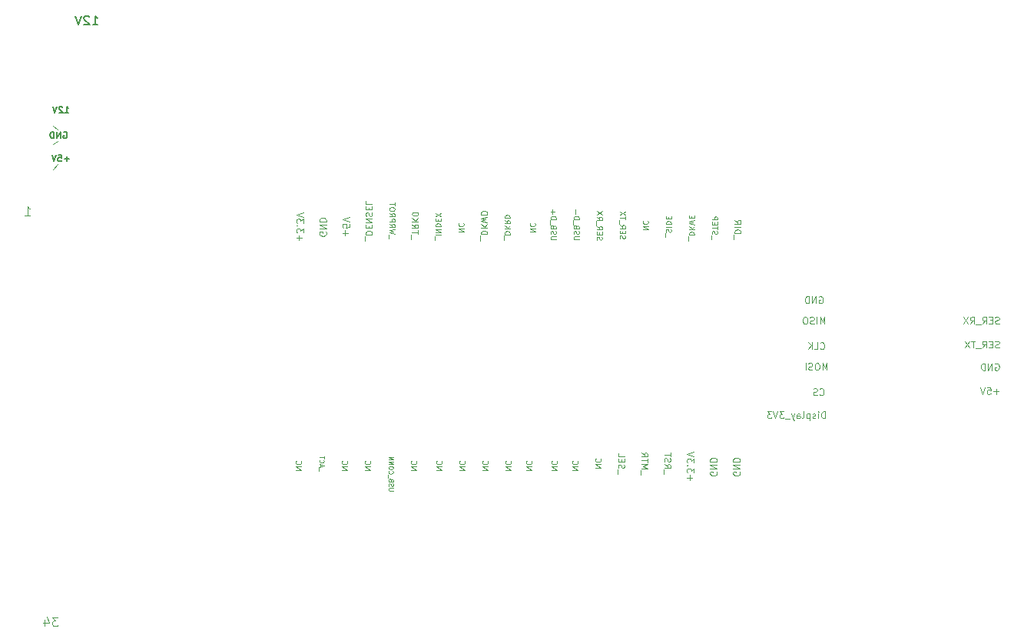
<source format=gbr>
G04 #@! TF.GenerationSoftware,KiCad,Pcbnew,(5.1.9)-1*
G04 #@! TF.CreationDate,2021-03-23T21:01:37+00:00*
G04 #@! TF.ProjectId,Greaseweazle F1 Gotek Rev 2B,47726561-7365-4776-9561-7a6c65204631,2B*
G04 #@! TF.SameCoordinates,PX6312cb0PY6bcb370*
G04 #@! TF.FileFunction,Legend,Bot*
G04 #@! TF.FilePolarity,Positive*
%FSLAX46Y46*%
G04 Gerber Fmt 4.6, Leading zero omitted, Abs format (unit mm)*
G04 Created by KiCad (PCBNEW (5.1.9)-1) date 2021-03-23 21:01:37*
%MOMM*%
%LPD*%
G01*
G04 APERTURE LIST*
%ADD10C,0.120000*%
%ADD11C,0.125000*%
%ADD12C,0.150000*%
G04 APERTURE END LIST*
D10*
X-2794000Y50927000D02*
X-3302000Y50546000D01*
X-2794000Y52197000D02*
X-3302000Y52578000D01*
X-2794000Y48387000D02*
X-3302000Y47752000D01*
D11*
X-2746477Y-1611380D02*
X-3365524Y-1611380D01*
X-3032191Y-1992333D01*
X-3175048Y-1992333D01*
X-3270286Y-2039952D01*
X-3317905Y-2087571D01*
X-3365524Y-2182809D01*
X-3365524Y-2420904D01*
X-3317905Y-2516142D01*
X-3270286Y-2563761D01*
X-3175048Y-2611380D01*
X-2889334Y-2611380D01*
X-2794096Y-2563761D01*
X-2746477Y-2516142D01*
X-4222667Y-1944714D02*
X-4222667Y-2611380D01*
X-3984572Y-1563761D02*
X-3746477Y-2278047D01*
X-4365524Y-2278047D01*
X-6381715Y42727620D02*
X-5810286Y42727620D01*
X-6096000Y42727620D02*
X-6096000Y43727620D01*
X-6000762Y43584762D01*
X-5905524Y43489524D01*
X-5810286Y43441905D01*
X81799114Y20336315D02*
X81799114Y21086315D01*
X81620542Y21086315D01*
X81513400Y21050600D01*
X81441971Y20979172D01*
X81406257Y20907743D01*
X81370542Y20764886D01*
X81370542Y20657743D01*
X81406257Y20514886D01*
X81441971Y20443458D01*
X81513400Y20372029D01*
X81620542Y20336315D01*
X81799114Y20336315D01*
X81049114Y20336315D02*
X81049114Y20836315D01*
X81049114Y21086315D02*
X81084828Y21050600D01*
X81049114Y21014886D01*
X81013400Y21050600D01*
X81049114Y21086315D01*
X81049114Y21014886D01*
X80727685Y20372029D02*
X80656257Y20336315D01*
X80513400Y20336315D01*
X80441971Y20372029D01*
X80406257Y20443458D01*
X80406257Y20479172D01*
X80441971Y20550600D01*
X80513400Y20586315D01*
X80620542Y20586315D01*
X80691971Y20622029D01*
X80727685Y20693458D01*
X80727685Y20729172D01*
X80691971Y20800600D01*
X80620542Y20836315D01*
X80513400Y20836315D01*
X80441971Y20800600D01*
X80084828Y20836315D02*
X80084828Y20086315D01*
X80084828Y20800600D02*
X80013400Y20836315D01*
X79870542Y20836315D01*
X79799114Y20800600D01*
X79763400Y20764886D01*
X79727685Y20693458D01*
X79727685Y20479172D01*
X79763400Y20407743D01*
X79799114Y20372029D01*
X79870542Y20336315D01*
X80013400Y20336315D01*
X80084828Y20372029D01*
X79299114Y20336315D02*
X79370542Y20372029D01*
X79406257Y20443458D01*
X79406257Y21086315D01*
X78691971Y20336315D02*
X78691971Y20729172D01*
X78727685Y20800600D01*
X78799114Y20836315D01*
X78941971Y20836315D01*
X79013400Y20800600D01*
X78691971Y20372029D02*
X78763400Y20336315D01*
X78941971Y20336315D01*
X79013400Y20372029D01*
X79049114Y20443458D01*
X79049114Y20514886D01*
X79013400Y20586315D01*
X78941971Y20622029D01*
X78763400Y20622029D01*
X78691971Y20657743D01*
X78406257Y20836315D02*
X78227685Y20336315D01*
X78049114Y20836315D02*
X78227685Y20336315D01*
X78299114Y20157743D01*
X78334828Y20122029D01*
X78406257Y20086315D01*
X77941971Y20264886D02*
X77370542Y20264886D01*
X77263400Y21086315D02*
X76799114Y21086315D01*
X77049114Y20800600D01*
X76941971Y20800600D01*
X76870542Y20764886D01*
X76834828Y20729172D01*
X76799114Y20657743D01*
X76799114Y20479172D01*
X76834828Y20407743D01*
X76870542Y20372029D01*
X76941971Y20336315D01*
X77156257Y20336315D01*
X77227685Y20372029D01*
X77263400Y20407743D01*
X76584828Y21086315D02*
X76334828Y20336315D01*
X76084828Y21086315D01*
X75906257Y21086315D02*
X75441971Y21086315D01*
X75691971Y20800600D01*
X75584828Y20800600D01*
X75513400Y20764886D01*
X75477685Y20729172D01*
X75441971Y20657743D01*
X75441971Y20479172D01*
X75477685Y20407743D01*
X75513400Y20372029D01*
X75584828Y20336315D01*
X75799114Y20336315D01*
X75870542Y20372029D01*
X75906257Y20407743D01*
X81208429Y22947743D02*
X81244143Y22912029D01*
X81351286Y22876315D01*
X81422714Y22876315D01*
X81529857Y22912029D01*
X81601286Y22983458D01*
X81637000Y23054886D01*
X81672714Y23197743D01*
X81672714Y23304886D01*
X81637000Y23447743D01*
X81601286Y23519172D01*
X81529857Y23590600D01*
X81422714Y23626315D01*
X81351286Y23626315D01*
X81244143Y23590600D01*
X81208429Y23554886D01*
X80922714Y22912029D02*
X80815571Y22876315D01*
X80637000Y22876315D01*
X80565571Y22912029D01*
X80529857Y22947743D01*
X80494143Y23019172D01*
X80494143Y23090600D01*
X80529857Y23162029D01*
X80565571Y23197743D01*
X80637000Y23233458D01*
X80779857Y23269172D01*
X80851286Y23304886D01*
X80887000Y23340600D01*
X80922714Y23412029D01*
X80922714Y23483458D01*
X80887000Y23554886D01*
X80851286Y23590600D01*
X80779857Y23626315D01*
X80601286Y23626315D01*
X80494143Y23590600D01*
X82008000Y25670315D02*
X82008000Y26420315D01*
X81758000Y25884600D01*
X81508000Y26420315D01*
X81508000Y25670315D01*
X81008000Y26420315D02*
X80865143Y26420315D01*
X80793714Y26384600D01*
X80722286Y26313172D01*
X80686571Y26170315D01*
X80686571Y25920315D01*
X80722286Y25777458D01*
X80793714Y25706029D01*
X80865143Y25670315D01*
X81008000Y25670315D01*
X81079429Y25706029D01*
X81150857Y25777458D01*
X81186571Y25920315D01*
X81186571Y26170315D01*
X81150857Y26313172D01*
X81079429Y26384600D01*
X81008000Y26420315D01*
X80400857Y25706029D02*
X80293714Y25670315D01*
X80115143Y25670315D01*
X80043714Y25706029D01*
X80008000Y25741743D01*
X79972286Y25813172D01*
X79972286Y25884600D01*
X80008000Y25956029D01*
X80043714Y25991743D01*
X80115143Y26027458D01*
X80258000Y26063172D01*
X80329429Y26098886D01*
X80365143Y26134600D01*
X80400857Y26206029D01*
X80400857Y26277458D01*
X80365143Y26348886D01*
X80329429Y26384600D01*
X80258000Y26420315D01*
X80079429Y26420315D01*
X79972286Y26384600D01*
X79650857Y25670315D02*
X79650857Y26420315D01*
X81275857Y28027743D02*
X81311571Y27992029D01*
X81418714Y27956315D01*
X81490143Y27956315D01*
X81597286Y27992029D01*
X81668714Y28063458D01*
X81704429Y28134886D01*
X81740143Y28277743D01*
X81740143Y28384886D01*
X81704429Y28527743D01*
X81668714Y28599172D01*
X81597286Y28670600D01*
X81490143Y28706315D01*
X81418714Y28706315D01*
X81311571Y28670600D01*
X81275857Y28634886D01*
X80597286Y27956315D02*
X80954429Y27956315D01*
X80954429Y28706315D01*
X80347286Y27956315D02*
X80347286Y28706315D01*
X79918714Y27956315D02*
X80240143Y28384886D01*
X79918714Y28706315D02*
X80347286Y28277743D01*
X81754000Y30750315D02*
X81754000Y31500315D01*
X81504000Y30964600D01*
X81254000Y31500315D01*
X81254000Y30750315D01*
X80896857Y30750315D02*
X80896857Y31500315D01*
X80575429Y30786029D02*
X80468286Y30750315D01*
X80289714Y30750315D01*
X80218286Y30786029D01*
X80182571Y30821743D01*
X80146857Y30893172D01*
X80146857Y30964600D01*
X80182571Y31036029D01*
X80218286Y31071743D01*
X80289714Y31107458D01*
X80432571Y31143172D01*
X80504000Y31178886D01*
X80539714Y31214600D01*
X80575429Y31286029D01*
X80575429Y31357458D01*
X80539714Y31428886D01*
X80504000Y31464600D01*
X80432571Y31500315D01*
X80254000Y31500315D01*
X80146857Y31464600D01*
X79682571Y31500315D02*
X79539714Y31500315D01*
X79468286Y31464600D01*
X79396857Y31393172D01*
X79361143Y31250315D01*
X79361143Y31000315D01*
X79396857Y30857458D01*
X79468286Y30786029D01*
X79539714Y30750315D01*
X79682571Y30750315D01*
X79754000Y30786029D01*
X79825429Y30857458D01*
X79861143Y31000315D01*
X79861143Y31250315D01*
X79825429Y31393172D01*
X79754000Y31464600D01*
X79682571Y31500315D01*
X81146857Y33750600D02*
X81218286Y33786315D01*
X81325429Y33786315D01*
X81432571Y33750600D01*
X81504000Y33679172D01*
X81539714Y33607743D01*
X81575429Y33464886D01*
X81575429Y33357743D01*
X81539714Y33214886D01*
X81504000Y33143458D01*
X81432571Y33072029D01*
X81325429Y33036315D01*
X81254000Y33036315D01*
X81146857Y33072029D01*
X81111143Y33107743D01*
X81111143Y33357743D01*
X81254000Y33357743D01*
X80789714Y33036315D02*
X80789714Y33786315D01*
X80361143Y33036315D01*
X80361143Y33786315D01*
X80004000Y33036315D02*
X80004000Y33786315D01*
X79825429Y33786315D01*
X79718286Y33750600D01*
X79646857Y33679172D01*
X79611143Y33607743D01*
X79575429Y33464886D01*
X79575429Y33357743D01*
X79611143Y33214886D01*
X79646857Y33143458D01*
X79718286Y33072029D01*
X79825429Y33036315D01*
X80004000Y33036315D01*
D12*
X1076247Y63758820D02*
X1647676Y63758820D01*
X1361961Y63758820D02*
X1361961Y64758820D01*
X1457200Y64615962D01*
X1552438Y64520724D01*
X1647676Y64473105D01*
X695295Y64663581D02*
X647676Y64711200D01*
X552438Y64758820D01*
X314342Y64758820D01*
X219104Y64711200D01*
X171485Y64663581D01*
X123866Y64568343D01*
X123866Y64473105D01*
X171485Y64330248D01*
X742914Y63758820D01*
X123866Y63758820D01*
X-161848Y64758820D02*
X-495181Y63758820D01*
X-828515Y64758820D01*
D11*
X61704571Y41184572D02*
X62304571Y41184572D01*
X61704571Y41527429D01*
X62304571Y41527429D01*
X61761714Y42156000D02*
X61733142Y42127429D01*
X61704571Y42041715D01*
X61704571Y41984572D01*
X61733142Y41898858D01*
X61790285Y41841715D01*
X61847428Y41813143D01*
X61961714Y41784572D01*
X62047428Y41784572D01*
X62161714Y41813143D01*
X62218857Y41841715D01*
X62276000Y41898858D01*
X62304571Y41984572D01*
X62304571Y42041715D01*
X62276000Y42127429D01*
X62247428Y42156000D01*
X49258571Y40930572D02*
X49858571Y40930572D01*
X49258571Y41273429D01*
X49858571Y41273429D01*
X49315714Y41902000D02*
X49287142Y41873429D01*
X49258571Y41787715D01*
X49258571Y41730572D01*
X49287142Y41644858D01*
X49344285Y41587715D01*
X49401428Y41559143D01*
X49515714Y41530572D01*
X49601428Y41530572D01*
X49715714Y41559143D01*
X49772857Y41587715D01*
X49830000Y41644858D01*
X49858571Y41730572D01*
X49858571Y41787715D01*
X49830000Y41873429D01*
X49801428Y41902000D01*
X23477571Y14641572D02*
X24077571Y14641572D01*
X23477571Y14984429D01*
X24077571Y14984429D01*
X23534714Y15613000D02*
X23506142Y15584429D01*
X23477571Y15498715D01*
X23477571Y15441572D01*
X23506142Y15355858D01*
X23563285Y15298715D01*
X23620428Y15270143D01*
X23734714Y15241572D01*
X23820428Y15241572D01*
X23934714Y15270143D01*
X23991857Y15298715D01*
X24049000Y15355858D01*
X24077571Y15441572D01*
X24077571Y15498715D01*
X24049000Y15584429D01*
X24020428Y15613000D01*
X28557571Y14641572D02*
X29157571Y14641572D01*
X28557571Y14984429D01*
X29157571Y14984429D01*
X28614714Y15613000D02*
X28586142Y15584429D01*
X28557571Y15498715D01*
X28557571Y15441572D01*
X28586142Y15355858D01*
X28643285Y15298715D01*
X28700428Y15270143D01*
X28814714Y15241572D01*
X28900428Y15241572D01*
X29014714Y15270143D01*
X29071857Y15298715D01*
X29129000Y15355858D01*
X29157571Y15441572D01*
X29157571Y15498715D01*
X29129000Y15584429D01*
X29100428Y15613000D01*
X31097571Y14641572D02*
X31697571Y14641572D01*
X31097571Y14984429D01*
X31697571Y14984429D01*
X31154714Y15613000D02*
X31126142Y15584429D01*
X31097571Y15498715D01*
X31097571Y15441572D01*
X31126142Y15355858D01*
X31183285Y15298715D01*
X31240428Y15270143D01*
X31354714Y15241572D01*
X31440428Y15241572D01*
X31554714Y15270143D01*
X31611857Y15298715D01*
X31669000Y15355858D01*
X31697571Y15441572D01*
X31697571Y15498715D01*
X31669000Y15584429D01*
X31640428Y15613000D01*
X36177571Y14641572D02*
X36777571Y14641572D01*
X36177571Y14984429D01*
X36777571Y14984429D01*
X36234714Y15613000D02*
X36206142Y15584429D01*
X36177571Y15498715D01*
X36177571Y15441572D01*
X36206142Y15355858D01*
X36263285Y15298715D01*
X36320428Y15270143D01*
X36434714Y15241572D01*
X36520428Y15241572D01*
X36634714Y15270143D01*
X36691857Y15298715D01*
X36749000Y15355858D01*
X36777571Y15441572D01*
X36777571Y15498715D01*
X36749000Y15584429D01*
X36720428Y15613000D01*
X38971571Y14641572D02*
X39571571Y14641572D01*
X38971571Y14984429D01*
X39571571Y14984429D01*
X39028714Y15613000D02*
X39000142Y15584429D01*
X38971571Y15498715D01*
X38971571Y15441572D01*
X39000142Y15355858D01*
X39057285Y15298715D01*
X39114428Y15270143D01*
X39228714Y15241572D01*
X39314428Y15241572D01*
X39428714Y15270143D01*
X39485857Y15298715D01*
X39543000Y15355858D01*
X39571571Y15441572D01*
X39571571Y15498715D01*
X39543000Y15584429D01*
X39514428Y15613000D01*
X41511571Y14641572D02*
X42111571Y14641572D01*
X41511571Y14984429D01*
X42111571Y14984429D01*
X41568714Y15613000D02*
X41540142Y15584429D01*
X41511571Y15498715D01*
X41511571Y15441572D01*
X41540142Y15355858D01*
X41597285Y15298715D01*
X41654428Y15270143D01*
X41768714Y15241572D01*
X41854428Y15241572D01*
X41968714Y15270143D01*
X42025857Y15298715D01*
X42083000Y15355858D01*
X42111571Y15441572D01*
X42111571Y15498715D01*
X42083000Y15584429D01*
X42054428Y15613000D01*
X44051571Y14641572D02*
X44651571Y14641572D01*
X44051571Y14984429D01*
X44651571Y14984429D01*
X44108714Y15613000D02*
X44080142Y15584429D01*
X44051571Y15498715D01*
X44051571Y15441572D01*
X44080142Y15355858D01*
X44137285Y15298715D01*
X44194428Y15270143D01*
X44308714Y15241572D01*
X44394428Y15241572D01*
X44508714Y15270143D01*
X44565857Y15298715D01*
X44623000Y15355858D01*
X44651571Y15441572D01*
X44651571Y15498715D01*
X44623000Y15584429D01*
X44594428Y15613000D01*
X46591571Y14641572D02*
X47191571Y14641572D01*
X46591571Y14984429D01*
X47191571Y14984429D01*
X46648714Y15613000D02*
X46620142Y15584429D01*
X46591571Y15498715D01*
X46591571Y15441572D01*
X46620142Y15355858D01*
X46677285Y15298715D01*
X46734428Y15270143D01*
X46848714Y15241572D01*
X46934428Y15241572D01*
X47048714Y15270143D01*
X47105857Y15298715D01*
X47163000Y15355858D01*
X47191571Y15441572D01*
X47191571Y15498715D01*
X47163000Y15584429D01*
X47134428Y15613000D01*
X48877571Y14641572D02*
X49477571Y14641572D01*
X48877571Y14984429D01*
X49477571Y14984429D01*
X48934714Y15613000D02*
X48906142Y15584429D01*
X48877571Y15498715D01*
X48877571Y15441572D01*
X48906142Y15355858D01*
X48963285Y15298715D01*
X49020428Y15270143D01*
X49134714Y15241572D01*
X49220428Y15241572D01*
X49334714Y15270143D01*
X49391857Y15298715D01*
X49449000Y15355858D01*
X49477571Y15441572D01*
X49477571Y15498715D01*
X49449000Y15584429D01*
X49420428Y15613000D01*
X51671571Y14641572D02*
X52271571Y14641572D01*
X51671571Y14984429D01*
X52271571Y14984429D01*
X51728714Y15613000D02*
X51700142Y15584429D01*
X51671571Y15498715D01*
X51671571Y15441572D01*
X51700142Y15355858D01*
X51757285Y15298715D01*
X51814428Y15270143D01*
X51928714Y15241572D01*
X52014428Y15241572D01*
X52128714Y15270143D01*
X52185857Y15298715D01*
X52243000Y15355858D01*
X52271571Y15441572D01*
X52271571Y15498715D01*
X52243000Y15584429D01*
X52214428Y15613000D01*
X53957571Y14641572D02*
X54557571Y14641572D01*
X53957571Y14984429D01*
X54557571Y14984429D01*
X54014714Y15613000D02*
X53986142Y15584429D01*
X53957571Y15498715D01*
X53957571Y15441572D01*
X53986142Y15355858D01*
X54043285Y15298715D01*
X54100428Y15270143D01*
X54214714Y15241572D01*
X54300428Y15241572D01*
X54414714Y15270143D01*
X54471857Y15298715D01*
X54529000Y15355858D01*
X54557571Y15441572D01*
X54557571Y15498715D01*
X54529000Y15584429D01*
X54500428Y15613000D01*
X100981028Y28144429D02*
X100873886Y28108715D01*
X100695314Y28108715D01*
X100623886Y28144429D01*
X100588171Y28180143D01*
X100552457Y28251572D01*
X100552457Y28323000D01*
X100588171Y28394429D01*
X100623886Y28430143D01*
X100695314Y28465858D01*
X100838171Y28501572D01*
X100909600Y28537286D01*
X100945314Y28573000D01*
X100981028Y28644429D01*
X100981028Y28715858D01*
X100945314Y28787286D01*
X100909600Y28823000D01*
X100838171Y28858715D01*
X100659600Y28858715D01*
X100552457Y28823000D01*
X100231028Y28501572D02*
X99981028Y28501572D01*
X99873886Y28108715D02*
X100231028Y28108715D01*
X100231028Y28858715D01*
X99873886Y28858715D01*
X99123886Y28108715D02*
X99373886Y28465858D01*
X99552457Y28108715D02*
X99552457Y28858715D01*
X99266743Y28858715D01*
X99195314Y28823000D01*
X99159600Y28787286D01*
X99123886Y28715858D01*
X99123886Y28608715D01*
X99159600Y28537286D01*
X99195314Y28501572D01*
X99266743Y28465858D01*
X99552457Y28465858D01*
X98981028Y28037286D02*
X98409600Y28037286D01*
X98338171Y28858715D02*
X97909600Y28858715D01*
X98123886Y28108715D02*
X98123886Y28858715D01*
X97731028Y28858715D02*
X97231028Y28108715D01*
X97231028Y28858715D02*
X97731028Y28108715D01*
X100981028Y30811429D02*
X100873885Y30775715D01*
X100695314Y30775715D01*
X100623885Y30811429D01*
X100588171Y30847143D01*
X100552457Y30918572D01*
X100552457Y30990000D01*
X100588171Y31061429D01*
X100623885Y31097143D01*
X100695314Y31132858D01*
X100838171Y31168572D01*
X100909600Y31204286D01*
X100945314Y31240000D01*
X100981028Y31311429D01*
X100981028Y31382858D01*
X100945314Y31454286D01*
X100909600Y31490000D01*
X100838171Y31525715D01*
X100659600Y31525715D01*
X100552457Y31490000D01*
X100231028Y31168572D02*
X99981028Y31168572D01*
X99873885Y30775715D02*
X100231028Y30775715D01*
X100231028Y31525715D01*
X99873885Y31525715D01*
X99123885Y30775715D02*
X99373885Y31132858D01*
X99552457Y30775715D02*
X99552457Y31525715D01*
X99266742Y31525715D01*
X99195314Y31490000D01*
X99159600Y31454286D01*
X99123885Y31382858D01*
X99123885Y31275715D01*
X99159600Y31204286D01*
X99195314Y31168572D01*
X99266742Y31132858D01*
X99552457Y31132858D01*
X98981028Y30704286D02*
X98409600Y30704286D01*
X97802457Y30775715D02*
X98052457Y31132858D01*
X98231028Y30775715D02*
X98231028Y31525715D01*
X97945314Y31525715D01*
X97873885Y31490000D01*
X97838171Y31454286D01*
X97802457Y31382858D01*
X97802457Y31275715D01*
X97838171Y31204286D01*
X97873885Y31168572D01*
X97945314Y31132858D01*
X98231028Y31132858D01*
X97552457Y31525715D02*
X97052457Y30775715D01*
X97052457Y31525715D02*
X97552457Y30775715D01*
X100552457Y26359200D02*
X100623886Y26394915D01*
X100731029Y26394915D01*
X100838171Y26359200D01*
X100909600Y26287772D01*
X100945314Y26216343D01*
X100981029Y26073486D01*
X100981029Y25966343D01*
X100945314Y25823486D01*
X100909600Y25752058D01*
X100838171Y25680629D01*
X100731029Y25644915D01*
X100659600Y25644915D01*
X100552457Y25680629D01*
X100516743Y25716343D01*
X100516743Y25966343D01*
X100659600Y25966343D01*
X100195314Y25644915D02*
X100195314Y26394915D01*
X99766743Y25644915D01*
X99766743Y26394915D01*
X99409600Y25644915D02*
X99409600Y26394915D01*
X99231029Y26394915D01*
X99123886Y26359200D01*
X99052457Y26287772D01*
X99016743Y26216343D01*
X98981029Y26073486D01*
X98981029Y25966343D01*
X99016743Y25823486D01*
X99052457Y25752058D01*
X99123886Y25680629D01*
X99231029Y25644915D01*
X99409600Y25644915D01*
X100945314Y23289029D02*
X100373886Y23289029D01*
X100659600Y23003315D02*
X100659600Y23574743D01*
X99659600Y23753315D02*
X100016743Y23753315D01*
X100052457Y23396172D01*
X100016743Y23431886D01*
X99945314Y23467600D01*
X99766743Y23467600D01*
X99695314Y23431886D01*
X99659600Y23396172D01*
X99623886Y23324743D01*
X99623886Y23146172D01*
X99659600Y23074743D01*
X99695314Y23039029D01*
X99766743Y23003315D01*
X99945314Y23003315D01*
X100016743Y23039029D01*
X100052457Y23074743D01*
X99409600Y23753315D02*
X99159600Y23003315D01*
X98909600Y23753315D01*
X56497571Y14895572D02*
X57097571Y14895572D01*
X56497571Y15238429D01*
X57097571Y15238429D01*
X56554714Y15867000D02*
X56526142Y15838429D01*
X56497571Y15752715D01*
X56497571Y15695572D01*
X56526142Y15609858D01*
X56583285Y15552715D01*
X56640428Y15524143D01*
X56754714Y15495572D01*
X56840428Y15495572D01*
X56954714Y15524143D01*
X57011857Y15552715D01*
X57069000Y15609858D01*
X57097571Y15695572D01*
X57097571Y15752715D01*
X57069000Y15838429D01*
X57040428Y15867000D01*
X64005666Y14150334D02*
X64005666Y14683667D01*
X64072333Y15250334D02*
X64405666Y15017000D01*
X64072333Y14850334D02*
X64772333Y14850334D01*
X64772333Y15117000D01*
X64739000Y15183667D01*
X64705666Y15217000D01*
X64639000Y15250334D01*
X64539000Y15250334D01*
X64472333Y15217000D01*
X64439000Y15183667D01*
X64405666Y15117000D01*
X64405666Y14850334D01*
X64105666Y15517000D02*
X64072333Y15617000D01*
X64072333Y15783667D01*
X64105666Y15850334D01*
X64139000Y15883667D01*
X64205666Y15917000D01*
X64272333Y15917000D01*
X64339000Y15883667D01*
X64372333Y15850334D01*
X64405666Y15783667D01*
X64439000Y15650334D01*
X64472333Y15583667D01*
X64505666Y15550334D01*
X64572333Y15517000D01*
X64639000Y15517000D01*
X64705666Y15550334D01*
X64739000Y15583667D01*
X64772333Y15650334D01*
X64772333Y15817000D01*
X64739000Y15917000D01*
X64772333Y16117000D02*
X64772333Y16517000D01*
X64072333Y16317000D02*
X64772333Y16317000D01*
X61465666Y14083667D02*
X61465666Y14617000D01*
X61532333Y14783667D02*
X62232333Y14783667D01*
X61732333Y15017000D01*
X62232333Y15250334D01*
X61532333Y15250334D01*
X62232333Y15483667D02*
X62232333Y15883667D01*
X61532333Y15683667D02*
X62232333Y15683667D01*
X61532333Y16517000D02*
X61865666Y16283667D01*
X61532333Y16117000D02*
X62232333Y16117000D01*
X62232333Y16383667D01*
X62199000Y16450334D01*
X62165666Y16483667D01*
X62099000Y16517000D01*
X61999000Y16517000D01*
X61932333Y16483667D01*
X61899000Y16450334D01*
X61865666Y16383667D01*
X61865666Y16117000D01*
X66875428Y13486000D02*
X66875428Y14057429D01*
X66589714Y13771715D02*
X67161142Y13771715D01*
X67339714Y14343143D02*
X67339714Y14807429D01*
X67054000Y14557429D01*
X67054000Y14664572D01*
X67018285Y14736000D01*
X66982571Y14771715D01*
X66911142Y14807429D01*
X66732571Y14807429D01*
X66661142Y14771715D01*
X66625428Y14736000D01*
X66589714Y14664572D01*
X66589714Y14450286D01*
X66625428Y14378858D01*
X66661142Y14343143D01*
X66661142Y15128858D02*
X66625428Y15164572D01*
X66589714Y15128858D01*
X66625428Y15093143D01*
X66661142Y15128858D01*
X66589714Y15128858D01*
X67339714Y15414572D02*
X67339714Y15878858D01*
X67054000Y15628858D01*
X67054000Y15736000D01*
X67018285Y15807429D01*
X66982571Y15843143D01*
X66911142Y15878858D01*
X66732571Y15878858D01*
X66661142Y15843143D01*
X66625428Y15807429D01*
X66589714Y15736000D01*
X66589714Y15521715D01*
X66625428Y15450286D01*
X66661142Y15414572D01*
X67339714Y16093143D02*
X66589714Y16343143D01*
X67339714Y16593143D01*
X34191530Y12351509D02*
X33786768Y12351509D01*
X33739149Y12375318D01*
X33715340Y12399128D01*
X33691530Y12446747D01*
X33691530Y12541985D01*
X33715340Y12589604D01*
X33739149Y12613413D01*
X33786768Y12637223D01*
X34191530Y12637223D01*
X33715340Y12851509D02*
X33691530Y12922937D01*
X33691530Y13041985D01*
X33715340Y13089604D01*
X33739149Y13113413D01*
X33786768Y13137223D01*
X33834387Y13137223D01*
X33882006Y13113413D01*
X33905816Y13089604D01*
X33929625Y13041985D01*
X33953435Y12946747D01*
X33977244Y12899128D01*
X34001054Y12875318D01*
X34048673Y12851509D01*
X34096292Y12851509D01*
X34143911Y12875318D01*
X34167721Y12899128D01*
X34191530Y12946747D01*
X34191530Y13065794D01*
X34167721Y13137223D01*
X33953435Y13518175D02*
X33929625Y13589604D01*
X33905816Y13613413D01*
X33858197Y13637223D01*
X33786768Y13637223D01*
X33739149Y13613413D01*
X33715340Y13589604D01*
X33691530Y13541985D01*
X33691530Y13351509D01*
X34191530Y13351509D01*
X34191530Y13518175D01*
X34167721Y13565794D01*
X34143911Y13589604D01*
X34096292Y13613413D01*
X34048673Y13613413D01*
X34001054Y13589604D01*
X33977244Y13565794D01*
X33953435Y13518175D01*
X33953435Y13351509D01*
X33643911Y13732461D02*
X33643911Y14113413D01*
X33739149Y14518175D02*
X33715340Y14494366D01*
X33691530Y14422937D01*
X33691530Y14375318D01*
X33715340Y14303890D01*
X33762959Y14256271D01*
X33810578Y14232461D01*
X33905816Y14208651D01*
X33977244Y14208651D01*
X34072482Y14232461D01*
X34120101Y14256271D01*
X34167721Y14303890D01*
X34191530Y14375318D01*
X34191530Y14422937D01*
X34167721Y14494366D01*
X34143911Y14518175D01*
X34191530Y14827699D02*
X34191530Y14922937D01*
X34167721Y14970556D01*
X34120101Y15018175D01*
X34024863Y15041985D01*
X33858197Y15041985D01*
X33762959Y15018175D01*
X33715340Y14970556D01*
X33691530Y14922937D01*
X33691530Y14827699D01*
X33715340Y14780080D01*
X33762959Y14732461D01*
X33858197Y14708651D01*
X34024863Y14708651D01*
X34120101Y14732461D01*
X34167721Y14780080D01*
X34191530Y14827699D01*
X33691530Y15256271D02*
X34191530Y15256271D01*
X33691530Y15541985D01*
X34191530Y15541985D01*
X33691530Y15780080D02*
X34191530Y15780080D01*
X33691530Y16065794D01*
X34191530Y16065794D01*
X58925666Y14167000D02*
X58925666Y14700334D01*
X59025666Y14833667D02*
X58992333Y14933667D01*
X58992333Y15100334D01*
X59025666Y15167000D01*
X59059000Y15200334D01*
X59125666Y15233667D01*
X59192333Y15233667D01*
X59259000Y15200334D01*
X59292333Y15167000D01*
X59325666Y15100334D01*
X59359000Y14967000D01*
X59392333Y14900334D01*
X59425666Y14867000D01*
X59492333Y14833667D01*
X59559000Y14833667D01*
X59625666Y14867000D01*
X59659000Y14900334D01*
X59692333Y14967000D01*
X59692333Y15133667D01*
X59659000Y15233667D01*
X59359000Y15533667D02*
X59359000Y15767000D01*
X58992333Y15867000D02*
X58992333Y15533667D01*
X59692333Y15533667D01*
X59692333Y15867000D01*
X58992333Y16500334D02*
X58992333Y16167000D01*
X59692333Y16167000D01*
X69844000Y14414572D02*
X69879714Y14343143D01*
X69879714Y14236000D01*
X69844000Y14128858D01*
X69772571Y14057429D01*
X69701142Y14021715D01*
X69558285Y13986000D01*
X69451142Y13986000D01*
X69308285Y14021715D01*
X69236857Y14057429D01*
X69165428Y14128858D01*
X69129714Y14236000D01*
X69129714Y14307429D01*
X69165428Y14414572D01*
X69201142Y14450286D01*
X69451142Y14450286D01*
X69451142Y14307429D01*
X69129714Y14771715D02*
X69879714Y14771715D01*
X69129714Y15200286D01*
X69879714Y15200286D01*
X69129714Y15557429D02*
X69879714Y15557429D01*
X69879714Y15736000D01*
X69844000Y15843143D01*
X69772571Y15914572D01*
X69701142Y15950286D01*
X69558285Y15986000D01*
X69451142Y15986000D01*
X69308285Y15950286D01*
X69236857Y15914572D01*
X69165428Y15843143D01*
X69129714Y15736000D01*
X69129714Y15557429D01*
X72384000Y14414572D02*
X72419714Y14343143D01*
X72419714Y14236000D01*
X72384000Y14128858D01*
X72312571Y14057429D01*
X72241142Y14021715D01*
X72098285Y13986000D01*
X71991142Y13986000D01*
X71848285Y14021715D01*
X71776857Y14057429D01*
X71705428Y14128858D01*
X71669714Y14236000D01*
X71669714Y14307429D01*
X71705428Y14414572D01*
X71741142Y14450286D01*
X71991142Y14450286D01*
X71991142Y14307429D01*
X71669714Y14771715D02*
X72419714Y14771715D01*
X71669714Y15200286D01*
X72419714Y15200286D01*
X71669714Y15557429D02*
X72419714Y15557429D01*
X72419714Y15736000D01*
X72384000Y15843143D01*
X72312571Y15914572D01*
X72241142Y15950286D01*
X72098285Y15986000D01*
X71991142Y15986000D01*
X71848285Y15950286D01*
X71776857Y15914572D01*
X71705428Y15843143D01*
X71669714Y15736000D01*
X71669714Y15557429D01*
X26015190Y14521762D02*
X26015190Y14902715D01*
X26205666Y14997953D02*
X26205666Y15236048D01*
X26062809Y14950334D02*
X26562809Y15117000D01*
X26062809Y15283667D01*
X26110428Y15736048D02*
X26086619Y15712239D01*
X26062809Y15640810D01*
X26062809Y15593191D01*
X26086619Y15521762D01*
X26134238Y15474143D01*
X26181857Y15450334D01*
X26277095Y15426524D01*
X26348523Y15426524D01*
X26443761Y15450334D01*
X26491380Y15474143D01*
X26539000Y15521762D01*
X26562809Y15593191D01*
X26562809Y15640810D01*
X26539000Y15712239D01*
X26515190Y15736048D01*
X26562809Y15878905D02*
X26562809Y16164620D01*
X26062809Y16021762D02*
X26562809Y16021762D01*
X31112666Y39930667D02*
X31112666Y40464000D01*
X31179333Y40630667D02*
X31879333Y40630667D01*
X31879333Y40797334D01*
X31846000Y40897334D01*
X31779333Y40964000D01*
X31712666Y40997334D01*
X31579333Y41030667D01*
X31479333Y41030667D01*
X31346000Y40997334D01*
X31279333Y40964000D01*
X31212666Y40897334D01*
X31179333Y40797334D01*
X31179333Y40630667D01*
X31546000Y41330667D02*
X31546000Y41564000D01*
X31179333Y41664000D02*
X31179333Y41330667D01*
X31879333Y41330667D01*
X31879333Y41664000D01*
X31179333Y41964000D02*
X31879333Y41964000D01*
X31179333Y42364000D01*
X31879333Y42364000D01*
X31212666Y42664000D02*
X31179333Y42764000D01*
X31179333Y42930667D01*
X31212666Y42997334D01*
X31246000Y43030667D01*
X31312666Y43064000D01*
X31379333Y43064000D01*
X31446000Y43030667D01*
X31479333Y42997334D01*
X31512666Y42930667D01*
X31546000Y42797334D01*
X31579333Y42730667D01*
X31612666Y42697334D01*
X31679333Y42664000D01*
X31746000Y42664000D01*
X31812666Y42697334D01*
X31846000Y42730667D01*
X31879333Y42797334D01*
X31879333Y42964000D01*
X31846000Y43064000D01*
X31546000Y43364000D02*
X31546000Y43597334D01*
X31179333Y43697334D02*
X31179333Y43364000D01*
X31879333Y43364000D01*
X31879333Y43697334D01*
X31179333Y44330667D02*
X31179333Y43997334D01*
X31879333Y43997334D01*
X26791000Y40894072D02*
X26826714Y40822643D01*
X26826714Y40715500D01*
X26791000Y40608358D01*
X26719571Y40536929D01*
X26648142Y40501215D01*
X26505285Y40465500D01*
X26398142Y40465500D01*
X26255285Y40501215D01*
X26183857Y40536929D01*
X26112428Y40608358D01*
X26076714Y40715500D01*
X26076714Y40786929D01*
X26112428Y40894072D01*
X26148142Y40929786D01*
X26398142Y40929786D01*
X26398142Y40786929D01*
X26076714Y41251215D02*
X26826714Y41251215D01*
X26076714Y41679786D01*
X26826714Y41679786D01*
X26076714Y42036929D02*
X26826714Y42036929D01*
X26826714Y42215500D01*
X26791000Y42322643D01*
X26719571Y42394072D01*
X26648142Y42429786D01*
X26505285Y42465500D01*
X26398142Y42465500D01*
X26255285Y42429786D01*
X26183857Y42394072D01*
X26112428Y42322643D01*
X26076714Y42215500D01*
X26076714Y42036929D01*
X28902428Y40501215D02*
X28902428Y41072643D01*
X28616714Y40786929D02*
X29188142Y40786929D01*
X29366714Y41786929D02*
X29366714Y41429786D01*
X29009571Y41394072D01*
X29045285Y41429786D01*
X29081000Y41501215D01*
X29081000Y41679786D01*
X29045285Y41751215D01*
X29009571Y41786929D01*
X28938142Y41822643D01*
X28759571Y41822643D01*
X28688142Y41786929D01*
X28652428Y41751215D01*
X28616714Y41679786D01*
X28616714Y41501215D01*
X28652428Y41429786D01*
X28688142Y41394072D01*
X29366714Y42036929D02*
X28616714Y42286929D01*
X29366714Y42536929D01*
X59193142Y40170286D02*
X59164571Y40256000D01*
X59164571Y40398858D01*
X59193142Y40456000D01*
X59221714Y40484572D01*
X59278857Y40513143D01*
X59336000Y40513143D01*
X59393142Y40484572D01*
X59421714Y40456000D01*
X59450285Y40398858D01*
X59478857Y40284572D01*
X59507428Y40227429D01*
X59536000Y40198858D01*
X59593142Y40170286D01*
X59650285Y40170286D01*
X59707428Y40198858D01*
X59736000Y40227429D01*
X59764571Y40284572D01*
X59764571Y40427429D01*
X59736000Y40513143D01*
X59478857Y40770286D02*
X59478857Y40970286D01*
X59164571Y41056000D02*
X59164571Y40770286D01*
X59764571Y40770286D01*
X59764571Y41056000D01*
X59164571Y41656000D02*
X59450285Y41456000D01*
X59164571Y41313143D02*
X59764571Y41313143D01*
X59764571Y41541715D01*
X59736000Y41598858D01*
X59707428Y41627429D01*
X59650285Y41656000D01*
X59564571Y41656000D01*
X59507428Y41627429D01*
X59478857Y41598858D01*
X59450285Y41541715D01*
X59450285Y41313143D01*
X59107428Y41770286D02*
X59107428Y42227429D01*
X59764571Y42284572D02*
X59764571Y42627429D01*
X59164571Y42456000D02*
X59764571Y42456000D01*
X59764571Y42770286D02*
X59164571Y43170286D01*
X59764571Y43170286D02*
X59164571Y42770286D01*
X46407428Y40036929D02*
X46407428Y40494072D01*
X46464571Y40636929D02*
X47064571Y40636929D01*
X47064571Y40779786D01*
X47036000Y40865500D01*
X46978857Y40922643D01*
X46921714Y40951215D01*
X46807428Y40979786D01*
X46721714Y40979786D01*
X46607428Y40951215D01*
X46550285Y40922643D01*
X46493142Y40865500D01*
X46464571Y40779786D01*
X46464571Y40636929D01*
X46464571Y41236929D02*
X47064571Y41236929D01*
X46464571Y41579786D02*
X46807428Y41322643D01*
X47064571Y41579786D02*
X46721714Y41236929D01*
X46464571Y42179786D02*
X46750285Y41979786D01*
X46464571Y41836929D02*
X47064571Y41836929D01*
X47064571Y42065500D01*
X47036000Y42122643D01*
X47007428Y42151215D01*
X46950285Y42179786D01*
X46864571Y42179786D01*
X46807428Y42151215D01*
X46778857Y42122643D01*
X46750285Y42065500D01*
X46750285Y41836929D01*
X46464571Y42436929D02*
X47064571Y42436929D01*
X47064571Y42579786D01*
X47036000Y42665500D01*
X46978857Y42722643D01*
X46921714Y42751215D01*
X46807428Y42779786D01*
X46721714Y42779786D01*
X46607428Y42751215D01*
X46550285Y42722643D01*
X46493142Y42665500D01*
X46464571Y42579786D01*
X46464571Y42436929D01*
X69267428Y40087715D02*
X69267428Y40544858D01*
X69353142Y40659143D02*
X69324571Y40744858D01*
X69324571Y40887715D01*
X69353142Y40944858D01*
X69381714Y40973429D01*
X69438857Y41002000D01*
X69496000Y41002000D01*
X69553142Y40973429D01*
X69581714Y40944858D01*
X69610285Y40887715D01*
X69638857Y40773429D01*
X69667428Y40716286D01*
X69696000Y40687715D01*
X69753142Y40659143D01*
X69810285Y40659143D01*
X69867428Y40687715D01*
X69896000Y40716286D01*
X69924571Y40773429D01*
X69924571Y40916286D01*
X69896000Y41002000D01*
X69924571Y41173429D02*
X69924571Y41516286D01*
X69324571Y41344858D02*
X69924571Y41344858D01*
X69638857Y41716286D02*
X69638857Y41916286D01*
X69324571Y42002000D02*
X69324571Y41716286D01*
X69924571Y41716286D01*
X69924571Y42002000D01*
X69324571Y42259143D02*
X69924571Y42259143D01*
X69924571Y42487715D01*
X69896000Y42544858D01*
X69867428Y42573429D01*
X69810285Y42602000D01*
X69724571Y42602000D01*
X69667428Y42573429D01*
X69638857Y42544858D01*
X69610285Y42487715D01*
X69610285Y42259143D01*
X52144571Y40062358D02*
X51658857Y40062358D01*
X51601714Y40090929D01*
X51573142Y40119500D01*
X51544571Y40176643D01*
X51544571Y40290929D01*
X51573142Y40348072D01*
X51601714Y40376643D01*
X51658857Y40405215D01*
X52144571Y40405215D01*
X51573142Y40662358D02*
X51544571Y40748072D01*
X51544571Y40890929D01*
X51573142Y40948072D01*
X51601714Y40976643D01*
X51658857Y41005215D01*
X51716000Y41005215D01*
X51773142Y40976643D01*
X51801714Y40948072D01*
X51830285Y40890929D01*
X51858857Y40776643D01*
X51887428Y40719500D01*
X51916000Y40690929D01*
X51973142Y40662358D01*
X52030285Y40662358D01*
X52087428Y40690929D01*
X52116000Y40719500D01*
X52144571Y40776643D01*
X52144571Y40919500D01*
X52116000Y41005215D01*
X51858857Y41462358D02*
X51830285Y41548072D01*
X51801714Y41576643D01*
X51744571Y41605215D01*
X51658857Y41605215D01*
X51601714Y41576643D01*
X51573142Y41548072D01*
X51544571Y41490929D01*
X51544571Y41262358D01*
X52144571Y41262358D01*
X52144571Y41462358D01*
X52116000Y41519500D01*
X52087428Y41548072D01*
X52030285Y41576643D01*
X51973142Y41576643D01*
X51916000Y41548072D01*
X51887428Y41519500D01*
X51858857Y41462358D01*
X51858857Y41262358D01*
X51487428Y41719500D02*
X51487428Y42176643D01*
X51544571Y42319500D02*
X52144571Y42319500D01*
X52144571Y42462358D01*
X52116000Y42548072D01*
X52058857Y42605215D01*
X52001714Y42633786D01*
X51887428Y42662358D01*
X51801714Y42662358D01*
X51687428Y42633786D01*
X51630285Y42605215D01*
X51573142Y42548072D01*
X51544571Y42462358D01*
X51544571Y42319500D01*
X51773142Y42919500D02*
X51773142Y43376643D01*
X51544571Y43148072D02*
X52001714Y43148072D01*
X71752666Y40078167D02*
X71752666Y40611500D01*
X71819333Y40778167D02*
X72519333Y40778167D01*
X72519333Y40944834D01*
X72486000Y41044834D01*
X72419333Y41111500D01*
X72352666Y41144834D01*
X72219333Y41178167D01*
X72119333Y41178167D01*
X71986000Y41144834D01*
X71919333Y41111500D01*
X71852666Y41044834D01*
X71819333Y40944834D01*
X71819333Y40778167D01*
X71819333Y41478167D02*
X72519333Y41478167D01*
X71819333Y42211500D02*
X72152666Y41978167D01*
X71819333Y41811500D02*
X72519333Y41811500D01*
X72519333Y42078167D01*
X72486000Y42144834D01*
X72452666Y42178167D01*
X72386000Y42211500D01*
X72286000Y42211500D01*
X72219333Y42178167D01*
X72186000Y42144834D01*
X72152666Y42078167D01*
X72152666Y41811500D01*
X64187428Y40300429D02*
X64187428Y40757572D01*
X64273142Y40871858D02*
X64244571Y40957572D01*
X64244571Y41100429D01*
X64273142Y41157572D01*
X64301714Y41186143D01*
X64358857Y41214715D01*
X64416000Y41214715D01*
X64473142Y41186143D01*
X64501714Y41157572D01*
X64530285Y41100429D01*
X64558857Y40986143D01*
X64587428Y40929000D01*
X64616000Y40900429D01*
X64673142Y40871858D01*
X64730285Y40871858D01*
X64787428Y40900429D01*
X64816000Y40929000D01*
X64844571Y40986143D01*
X64844571Y41129000D01*
X64816000Y41214715D01*
X64244571Y41471858D02*
X64844571Y41471858D01*
X64244571Y41757572D02*
X64844571Y41757572D01*
X64844571Y41900429D01*
X64816000Y41986143D01*
X64758857Y42043286D01*
X64701714Y42071858D01*
X64587428Y42100429D01*
X64501714Y42100429D01*
X64387428Y42071858D01*
X64330285Y42043286D01*
X64273142Y41986143D01*
X64244571Y41900429D01*
X64244571Y41757572D01*
X64558857Y42357572D02*
X64558857Y42557572D01*
X64244571Y42643286D02*
X64244571Y42357572D01*
X64844571Y42357572D01*
X64844571Y42643286D01*
X56653142Y40035358D02*
X56624571Y40121072D01*
X56624571Y40263929D01*
X56653142Y40321072D01*
X56681714Y40349643D01*
X56738857Y40378215D01*
X56796000Y40378215D01*
X56853142Y40349643D01*
X56881714Y40321072D01*
X56910285Y40263929D01*
X56938857Y40149643D01*
X56967428Y40092500D01*
X56996000Y40063929D01*
X57053142Y40035358D01*
X57110285Y40035358D01*
X57167428Y40063929D01*
X57196000Y40092500D01*
X57224571Y40149643D01*
X57224571Y40292500D01*
X57196000Y40378215D01*
X56938857Y40635358D02*
X56938857Y40835358D01*
X56624571Y40921072D02*
X56624571Y40635358D01*
X57224571Y40635358D01*
X57224571Y40921072D01*
X56624571Y41521072D02*
X56910285Y41321072D01*
X56624571Y41178215D02*
X57224571Y41178215D01*
X57224571Y41406786D01*
X57196000Y41463929D01*
X57167428Y41492500D01*
X57110285Y41521072D01*
X57024571Y41521072D01*
X56967428Y41492500D01*
X56938857Y41463929D01*
X56910285Y41406786D01*
X56910285Y41178215D01*
X56567428Y41635358D02*
X56567428Y42092500D01*
X56624571Y42578215D02*
X56910285Y42378215D01*
X56624571Y42235358D02*
X57224571Y42235358D01*
X57224571Y42463929D01*
X57196000Y42521072D01*
X57167428Y42549643D01*
X57110285Y42578215D01*
X57024571Y42578215D01*
X56967428Y42549643D01*
X56938857Y42521072D01*
X56910285Y42463929D01*
X56910285Y42235358D01*
X57224571Y42778215D02*
X56624571Y43178215D01*
X57224571Y43178215D02*
X56624571Y42778215D01*
X54684571Y40062358D02*
X54198857Y40062358D01*
X54141714Y40090929D01*
X54113142Y40119500D01*
X54084571Y40176643D01*
X54084571Y40290929D01*
X54113142Y40348072D01*
X54141714Y40376643D01*
X54198857Y40405215D01*
X54684571Y40405215D01*
X54113142Y40662358D02*
X54084571Y40748072D01*
X54084571Y40890929D01*
X54113142Y40948072D01*
X54141714Y40976643D01*
X54198857Y41005215D01*
X54256000Y41005215D01*
X54313142Y40976643D01*
X54341714Y40948072D01*
X54370285Y40890929D01*
X54398857Y40776643D01*
X54427428Y40719500D01*
X54456000Y40690929D01*
X54513142Y40662358D01*
X54570285Y40662358D01*
X54627428Y40690929D01*
X54656000Y40719500D01*
X54684571Y40776643D01*
X54684571Y40919500D01*
X54656000Y41005215D01*
X54398857Y41462358D02*
X54370285Y41548072D01*
X54341714Y41576643D01*
X54284571Y41605215D01*
X54198857Y41605215D01*
X54141714Y41576643D01*
X54113142Y41548072D01*
X54084571Y41490929D01*
X54084571Y41262358D01*
X54684571Y41262358D01*
X54684571Y41462358D01*
X54656000Y41519500D01*
X54627428Y41548072D01*
X54570285Y41576643D01*
X54513142Y41576643D01*
X54456000Y41548072D01*
X54427428Y41519500D01*
X54398857Y41462358D01*
X54398857Y41262358D01*
X54027428Y41719500D02*
X54027428Y42176643D01*
X54084571Y42319500D02*
X54684571Y42319500D01*
X54684571Y42462358D01*
X54656000Y42548072D01*
X54598857Y42605215D01*
X54541714Y42633786D01*
X54427428Y42662358D01*
X54341714Y42662358D01*
X54227428Y42633786D01*
X54170285Y42605215D01*
X54113142Y42548072D01*
X54084571Y42462358D01*
X54084571Y42319500D01*
X54313142Y42919500D02*
X54313142Y43376643D01*
X66727428Y39959143D02*
X66727428Y40416286D01*
X66784571Y40559143D02*
X67384571Y40559143D01*
X67384571Y40702000D01*
X67356000Y40787715D01*
X67298857Y40844858D01*
X67241714Y40873429D01*
X67127428Y40902000D01*
X67041714Y40902000D01*
X66927428Y40873429D01*
X66870285Y40844858D01*
X66813142Y40787715D01*
X66784571Y40702000D01*
X66784571Y40559143D01*
X66784571Y41159143D02*
X67384571Y41159143D01*
X66784571Y41502000D02*
X67127428Y41244858D01*
X67384571Y41502000D02*
X67041714Y41159143D01*
X67384571Y41702000D02*
X66784571Y41844858D01*
X67213142Y41959143D01*
X66784571Y42073429D01*
X67384571Y42216286D01*
X67098857Y42444858D02*
X67098857Y42644858D01*
X66784571Y42730572D02*
X66784571Y42444858D01*
X67384571Y42444858D01*
X67384571Y42730572D01*
X33707428Y40149715D02*
X33707428Y40606858D01*
X34364571Y40692572D02*
X33764571Y40835429D01*
X34193142Y40949715D01*
X33764571Y41064000D01*
X34364571Y41206858D01*
X33764571Y41778286D02*
X34050285Y41578286D01*
X33764571Y41435429D02*
X34364571Y41435429D01*
X34364571Y41664000D01*
X34336000Y41721143D01*
X34307428Y41749715D01*
X34250285Y41778286D01*
X34164571Y41778286D01*
X34107428Y41749715D01*
X34078857Y41721143D01*
X34050285Y41664000D01*
X34050285Y41435429D01*
X33764571Y42035429D02*
X34364571Y42035429D01*
X34364571Y42264000D01*
X34336000Y42321143D01*
X34307428Y42349715D01*
X34250285Y42378286D01*
X34164571Y42378286D01*
X34107428Y42349715D01*
X34078857Y42321143D01*
X34050285Y42264000D01*
X34050285Y42035429D01*
X33764571Y42978286D02*
X34050285Y42778286D01*
X33764571Y42635429D02*
X34364571Y42635429D01*
X34364571Y42864000D01*
X34336000Y42921143D01*
X34307428Y42949715D01*
X34250285Y42978286D01*
X34164571Y42978286D01*
X34107428Y42949715D01*
X34078857Y42921143D01*
X34050285Y42864000D01*
X34050285Y42635429D01*
X34364571Y43349715D02*
X34364571Y43464000D01*
X34336000Y43521143D01*
X34278857Y43578286D01*
X34164571Y43606858D01*
X33964571Y43606858D01*
X33850285Y43578286D01*
X33793142Y43521143D01*
X33764571Y43464000D01*
X33764571Y43349715D01*
X33793142Y43292572D01*
X33850285Y43235429D01*
X33964571Y43206858D01*
X34164571Y43206858D01*
X34278857Y43235429D01*
X34336000Y43292572D01*
X34364571Y43349715D01*
X34364571Y43778286D02*
X34364571Y44121143D01*
X33764571Y43949715D02*
X34364571Y43949715D01*
X43812666Y39939334D02*
X43812666Y40472667D01*
X43879333Y40639334D02*
X44579333Y40639334D01*
X44579333Y40806000D01*
X44546000Y40906000D01*
X44479333Y40972667D01*
X44412666Y41006000D01*
X44279333Y41039334D01*
X44179333Y41039334D01*
X44046000Y41006000D01*
X43979333Y40972667D01*
X43912666Y40906000D01*
X43879333Y40806000D01*
X43879333Y40639334D01*
X43879333Y41339334D02*
X44579333Y41339334D01*
X43879333Y41739334D02*
X44279333Y41439334D01*
X44579333Y41739334D02*
X44179333Y41339334D01*
X44579333Y41972667D02*
X43879333Y42139334D01*
X44379333Y42272667D01*
X43879333Y42406000D01*
X44579333Y42572667D01*
X43879333Y42839334D02*
X44579333Y42839334D01*
X44579333Y43006000D01*
X44546000Y43106000D01*
X44479333Y43172667D01*
X44412666Y43206000D01*
X44279333Y43239334D01*
X44179333Y43239334D01*
X44046000Y43206000D01*
X43979333Y43172667D01*
X43912666Y43106000D01*
X43879333Y43006000D01*
X43879333Y42839334D01*
X41384571Y40930572D02*
X41984571Y40930572D01*
X41384571Y41273429D01*
X41984571Y41273429D01*
X41441714Y41902000D02*
X41413142Y41873429D01*
X41384571Y41787715D01*
X41384571Y41730572D01*
X41413142Y41644858D01*
X41470285Y41587715D01*
X41527428Y41559143D01*
X41641714Y41530572D01*
X41727428Y41530572D01*
X41841714Y41559143D01*
X41898857Y41587715D01*
X41956000Y41644858D01*
X41984571Y41730572D01*
X41984571Y41787715D01*
X41956000Y41873429D01*
X41927428Y41902000D01*
X38787428Y39986143D02*
X38787428Y40443286D01*
X38844571Y40586143D02*
X39444571Y40586143D01*
X38844571Y40871858D02*
X39444571Y40871858D01*
X38844571Y41214715D01*
X39444571Y41214715D01*
X38844571Y41500429D02*
X39444571Y41500429D01*
X39444571Y41643286D01*
X39416000Y41729000D01*
X39358857Y41786143D01*
X39301714Y41814715D01*
X39187428Y41843286D01*
X39101714Y41843286D01*
X38987428Y41814715D01*
X38930285Y41786143D01*
X38873142Y41729000D01*
X38844571Y41643286D01*
X38844571Y41500429D01*
X39158857Y42100429D02*
X39158857Y42300429D01*
X38844571Y42386143D02*
X38844571Y42100429D01*
X39444571Y42100429D01*
X39444571Y42386143D01*
X39444571Y42586143D02*
X38844571Y42986143D01*
X39444571Y42986143D02*
X38844571Y42586143D01*
X36192666Y40089334D02*
X36192666Y40622667D01*
X36959333Y40689334D02*
X36959333Y41089334D01*
X36259333Y40889334D02*
X36959333Y40889334D01*
X36259333Y41722667D02*
X36592666Y41489334D01*
X36259333Y41322667D02*
X36959333Y41322667D01*
X36959333Y41589334D01*
X36926000Y41656000D01*
X36892666Y41689334D01*
X36826000Y41722667D01*
X36726000Y41722667D01*
X36659333Y41689334D01*
X36626000Y41656000D01*
X36592666Y41589334D01*
X36592666Y41322667D01*
X36259333Y42022667D02*
X36959333Y42022667D01*
X36259333Y42422667D02*
X36659333Y42122667D01*
X36959333Y42422667D02*
X36559333Y42022667D01*
X36959333Y42856000D02*
X36959333Y42922667D01*
X36926000Y42989334D01*
X36892666Y43022667D01*
X36826000Y43056000D01*
X36692666Y43089334D01*
X36526000Y43089334D01*
X36392666Y43056000D01*
X36326000Y43022667D01*
X36292666Y42989334D01*
X36259333Y42922667D01*
X36259333Y42856000D01*
X36292666Y42789334D01*
X36326000Y42756000D01*
X36392666Y42722667D01*
X36526000Y42689334D01*
X36692666Y42689334D01*
X36826000Y42722667D01*
X36892666Y42756000D01*
X36926000Y42789334D01*
X36959333Y42856000D01*
X23822428Y39965500D02*
X23822428Y40536929D01*
X23536714Y40251215D02*
X24108142Y40251215D01*
X24286714Y40822643D02*
X24286714Y41286929D01*
X24001000Y41036929D01*
X24001000Y41144072D01*
X23965285Y41215500D01*
X23929571Y41251215D01*
X23858142Y41286929D01*
X23679571Y41286929D01*
X23608142Y41251215D01*
X23572428Y41215500D01*
X23536714Y41144072D01*
X23536714Y40929786D01*
X23572428Y40858358D01*
X23608142Y40822643D01*
X23608142Y41608358D02*
X23572428Y41644072D01*
X23536714Y41608358D01*
X23572428Y41572643D01*
X23608142Y41608358D01*
X23536714Y41608358D01*
X24286714Y41894072D02*
X24286714Y42358358D01*
X24001000Y42108358D01*
X24001000Y42215500D01*
X23965285Y42286929D01*
X23929571Y42322643D01*
X23858142Y42358358D01*
X23679571Y42358358D01*
X23608142Y42322643D01*
X23572428Y42286929D01*
X23536714Y42215500D01*
X23536714Y42001215D01*
X23572428Y41929786D01*
X23608142Y41894072D01*
X24286714Y42572643D02*
X23536714Y42822643D01*
X24286714Y43072643D01*
D12*
X-1513000Y48972000D02*
X-2046334Y48972000D01*
X-1779667Y48705334D02*
X-1779667Y49238667D01*
X-2713000Y49405334D02*
X-2379667Y49405334D01*
X-2346334Y49072000D01*
X-2379667Y49105334D01*
X-2446334Y49138667D01*
X-2613000Y49138667D01*
X-2679667Y49105334D01*
X-2713000Y49072000D01*
X-2746334Y49005334D01*
X-2746334Y48838667D01*
X-2713000Y48772000D01*
X-2679667Y48738667D01*
X-2613000Y48705334D01*
X-2446334Y48705334D01*
X-2379667Y48738667D01*
X-2346334Y48772000D01*
X-2946334Y49405334D02*
X-3179667Y48705334D01*
X-3413000Y49405334D01*
X-2133667Y51912000D02*
X-2067000Y51945334D01*
X-1967000Y51945334D01*
X-1867000Y51912000D01*
X-1800334Y51845334D01*
X-1767000Y51778667D01*
X-1733667Y51645334D01*
X-1733667Y51545334D01*
X-1767000Y51412000D01*
X-1800334Y51345334D01*
X-1867000Y51278667D01*
X-1967000Y51245334D01*
X-2033667Y51245334D01*
X-2133667Y51278667D01*
X-2167000Y51312000D01*
X-2167000Y51545334D01*
X-2033667Y51545334D01*
X-2467000Y51245334D02*
X-2467000Y51945334D01*
X-2867000Y51245334D01*
X-2867000Y51945334D01*
X-3200334Y51245334D02*
X-3200334Y51945334D01*
X-3367000Y51945334D01*
X-3467000Y51912000D01*
X-3533667Y51845334D01*
X-3567000Y51778667D01*
X-3600334Y51645334D01*
X-3600334Y51545334D01*
X-3567000Y51412000D01*
X-3533667Y51345334D01*
X-3467000Y51278667D01*
X-3367000Y51245334D01*
X-3200334Y51245334D01*
X-1979667Y54039334D02*
X-1579667Y54039334D01*
X-1779667Y54039334D02*
X-1779667Y54739334D01*
X-1713000Y54639334D01*
X-1646334Y54572667D01*
X-1579667Y54539334D01*
X-2246334Y54672667D02*
X-2279667Y54706000D01*
X-2346334Y54739334D01*
X-2513000Y54739334D01*
X-2579667Y54706000D01*
X-2613000Y54672667D01*
X-2646334Y54606000D01*
X-2646334Y54539334D01*
X-2613000Y54439334D01*
X-2213000Y54039334D01*
X-2646334Y54039334D01*
X-2846334Y54739334D02*
X-3079667Y54039334D01*
X-3313000Y54739334D01*
M02*

</source>
